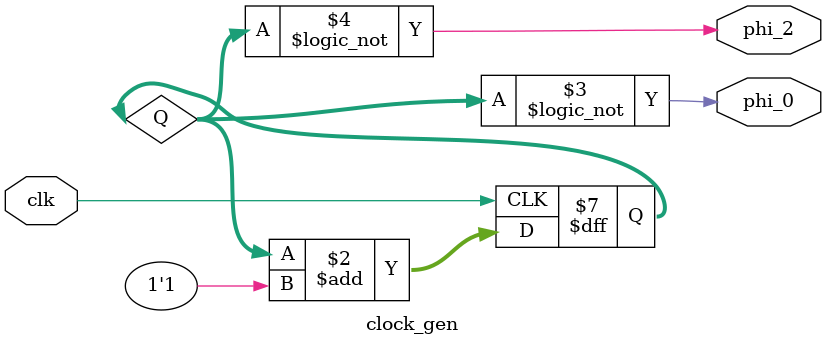
<source format=v>
`timescale 1ns / 1ps
module clock_gen(
    input clk,				// 16 MHZ input
    output phi_0,			// 2 MHz clk pulses for CPU
	 output phi_2			// 2 MHz system clk
    );

	reg[2:0] Q;
	reg D;

	initial Q <= 3'b000;

	always @(posedge clk)
	begin
			D <= Q[2];
			Q <= Q + 1'b1;
	end

	//assign phi_0 = (Q[2] & (Q[2] ^ D));		// divide by 8
	
	//assign phi_0 = Q[2];
	//assign phi_2 = Q[2];

	assign phi_0 = (Q==0);
	assign phi_2 = (Q==0);

endmodule

</source>
